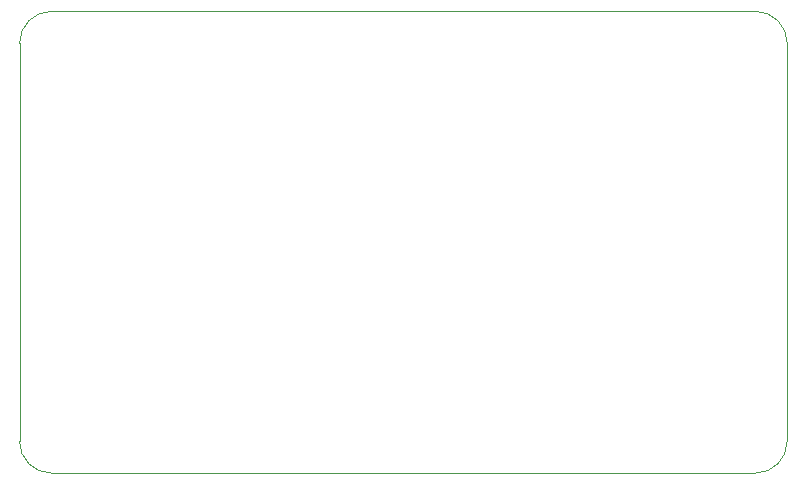
<source format=gbr>
%TF.GenerationSoftware,KiCad,Pcbnew,8.0.4*%
%TF.CreationDate,2025-04-28T15:50:51-04:00*%
%TF.ProjectId,BB-SPEM-A-1 Breakout,42422d53-5045-44d2-9d41-2d3120427265,rev?*%
%TF.SameCoordinates,Original*%
%TF.FileFunction,Profile,NP*%
%FSLAX46Y46*%
G04 Gerber Fmt 4.6, Leading zero omitted, Abs format (unit mm)*
G04 Created by KiCad (PCBNEW 8.0.4) date 2025-04-28 15:50:51*
%MOMM*%
%LPD*%
G01*
G04 APERTURE LIST*
%TA.AperFunction,Profile*%
%ADD10C,0.050000*%
%TD*%
G04 APERTURE END LIST*
D10*
X115100000Y-106400000D02*
X115100000Y-72700000D01*
X180100000Y-72700000D02*
X180100000Y-106400000D01*
X115099999Y-72699999D02*
G75*
G02*
X117799999Y-69999999I2700001J-1D01*
G01*
X117800000Y-70000000D02*
X177400000Y-70000000D01*
X180100000Y-106400001D02*
G75*
G02*
X177400000Y-109100000I-2700000J1D01*
G01*
X177400000Y-70000000D02*
G75*
G02*
X180100000Y-72700000I0J-2700000D01*
G01*
X177400000Y-109100000D02*
X117800000Y-109100000D01*
X117800000Y-109100000D02*
G75*
G02*
X115100000Y-106400000I0J2700000D01*
G01*
M02*

</source>
